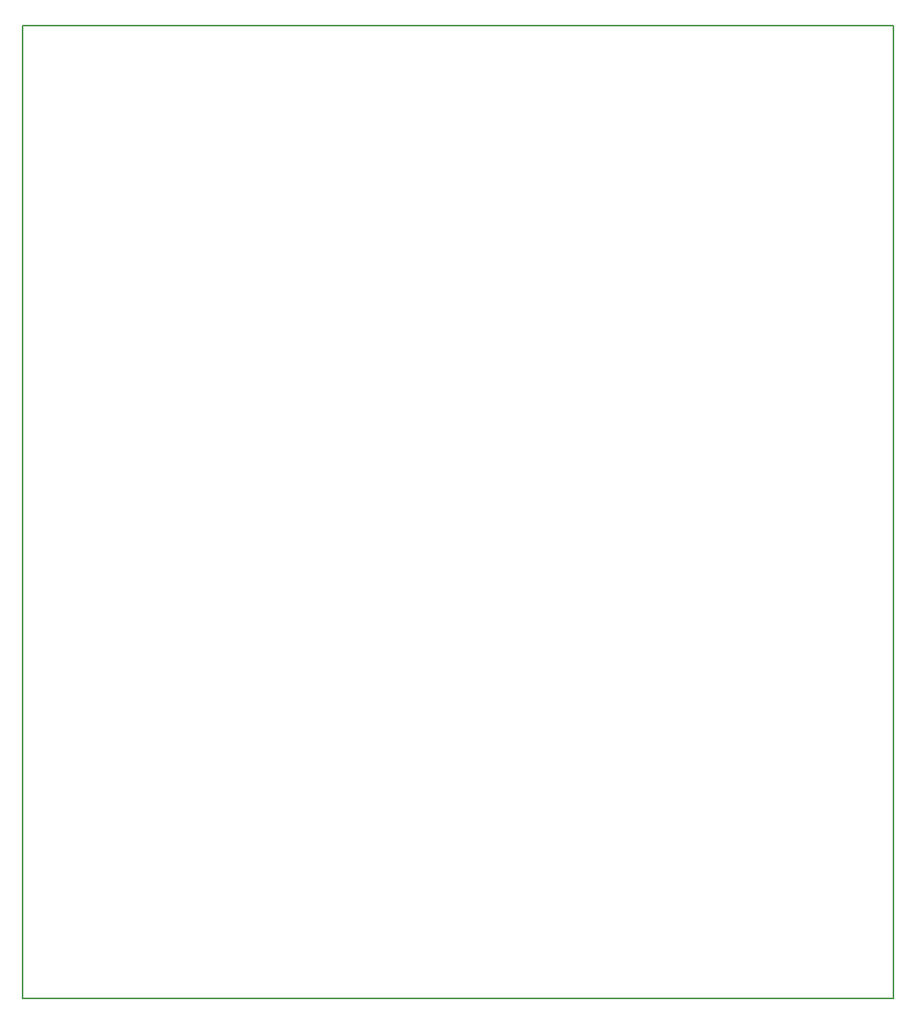
<source format=gm1>
G04 MADE WITH FRITZING*
G04 WWW.FRITZING.ORG*
G04 DOUBLE SIDED*
G04 HOLES PLATED*
G04 CONTOUR ON CENTER OF CONTOUR VECTOR*
%ASAXBY*%
%FSLAX23Y23*%
%MOIN*%
%OFA0B0*%
%SFA1.0B1.0*%
%ADD10R,3.862230X4.317480*%
%ADD11C,0.008000*%
%ADD10C,0.008*%
%LNCONTOUR*%
G90*
G70*
G54D10*
G54D11*
X11Y4306D02*
X3866Y4306D01*
X3866Y-3D01*
X11Y-3D01*
X11Y4306D01*
D02*
G04 End of contour*
M02*
</source>
